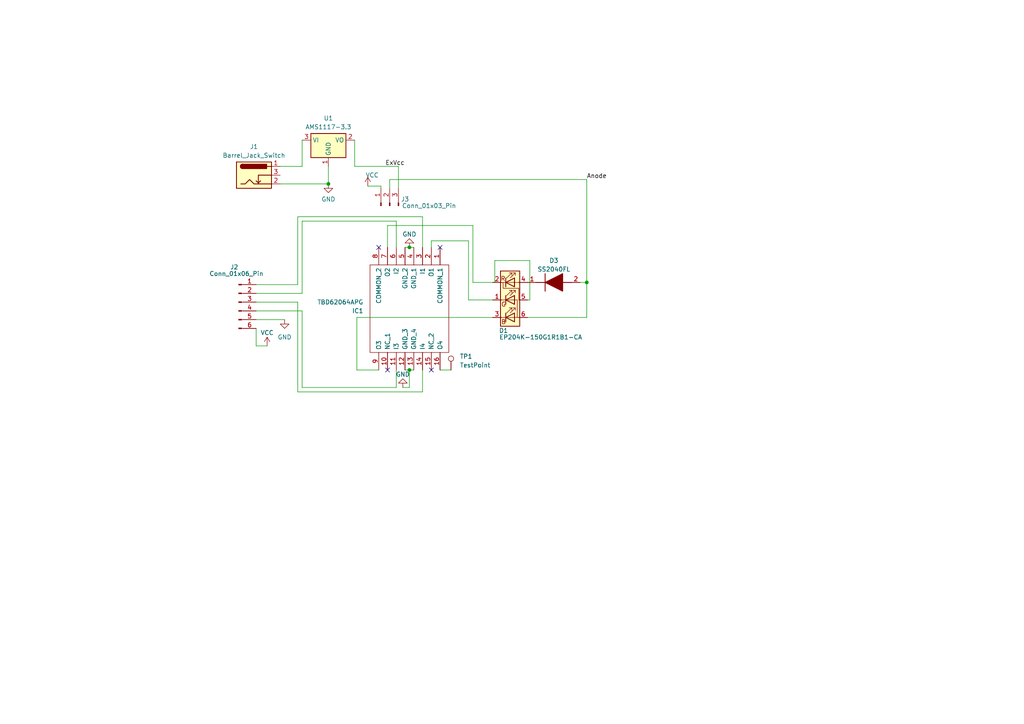
<source format=kicad_sch>
(kicad_sch (version 20230121) (generator eeschema)
  (paper "A4")
  (lib_symbols
    (symbol "Connector:Barrel_Jack_Switch" (pin_names hide)
      (property "Reference" "J" (at 0 5.334 0))
      (property "Value" "Barrel_Jack_Switch" (at 0 -5.08 0))
      (symbol "Barrel_Jack_Switch_0_1"
        (rectangle (start -5.08 3.81) (end 5.08 -3.81) (stroke (width 0.254)) (fill (type background)))
        (arc (start -3.302 3.175) (mid -3.9343 2.54) (end -3.302 1.905) (stroke (width 0.254)))
        (arc (start -3.302 3.175) (mid -3.9343 2.54) (end -3.302 1.905) (stroke (width 0.254)) (fill (type outline)))
        (polyline (pts (xy 1.27 -2.286) (xy 1.905 -1.651)) (stroke (width 0.254)))
        (polyline (pts (xy 5.08 2.54) (xy 3.81 2.54)) (stroke (width 0.254)))
        (polyline (pts (xy 5.08 0) (xy 1.27 0) (xy 1.27 -2.286) (xy 0.635 -1.651)) (stroke (width 0.254)))
        (polyline (pts (xy -3.81 -2.54) (xy -2.54 -2.54) (xy -1.27 -1.27) (xy 0 -2.54) (xy 2.54 -2.54) (xy 5.08 -2.54)) (stroke (width 0.254)))
        (rectangle (start 3.683 3.175) (end -3.302 1.905) (stroke (width 0.254)) (fill (type outline)))
      )
      (symbol "Barrel_Jack_Switch_1_1"
        (pin passive line (at 7.62 2.54 180) (length 2.54) (name "~") (number "1"))
        (pin passive line (at 7.62 -2.54 180) (length 2.54) (name "~") (number "2"))
        (pin passive line (at 7.62 0 180) (length 2.54) (name "~") (number "3"))
      )
    )
    (symbol "Connector:Conn_01x03_Pin" (pin_names (offset 1.016) hide)
      (property "Reference" "J" (at 0 5.08 0))
      (property "Value" "Conn_01x03_Pin" (at 0 -5.08 0))
      (symbol "Conn_01x03_Pin_1_1"
        (polyline (pts (xy 1.27 -2.54) (xy 0.8636 -2.54)) (stroke (width 0.1524)))
        (polyline (pts (xy 1.27 0) (xy 0.8636 0)) (stroke (width 0.1524)))
        (polyline (pts (xy 1.27 2.54) (xy 0.8636 2.54)) (stroke (width 0.1524)))
        (rectangle (start 0.8636 -2.413) (end 0 -2.667) (stroke (width 0.1524)) (fill (type outline)))
        (rectangle (start 0.8636 0.127) (end 0 -0.127) (stroke (width 0.1524)) (fill (type outline)))
        (rectangle (start 0.8636 2.667) (end 0 2.413) (stroke (width 0.1524)) (fill (type outline)))
        (pin passive line (at 5.08 2.54 180) (length 3.81) (name "Pin_1") (number "1"))
        (pin passive line (at 5.08 0 180) (length 3.81) (name "Pin_2") (number "2"))
        (pin passive line (at 5.08 -2.54 180) (length 3.81) (name "Pin_3") (number "3"))
      )
    )
    (symbol "Connector:Conn_01x06_Pin" (pin_names (offset 1.016) hide)
      (property "Reference" "J" (at 0 7.62 0))
      (property "Value" "Conn_01x06_Pin" (at 0 -10.16 0))
      (symbol "Conn_01x06_Pin_1_1"
        (polyline (pts (xy 1.27 -7.62) (xy 0.8636 -7.62)) (stroke (width 0.1524)))
        (polyline (pts (xy 1.27 -5.08) (xy 0.8636 -5.08)) (stroke (width 0.1524)))
        (polyline (pts (xy 1.27 -2.54) (xy 0.8636 -2.54)) (stroke (width 0.1524)))
        (polyline (pts (xy 1.27 0) (xy 0.8636 0)) (stroke (width 0.1524)))
        (polyline (pts (xy 1.27 2.54) (xy 0.8636 2.54)) (stroke (width 0.1524)))
        (polyline (pts (xy 1.27 5.08) (xy 0.8636 5.08)) (stroke (width 0.1524)))
        (rectangle (start 0.8636 -7.493) (end 0 -7.747) (stroke (width 0.1524)) (fill (type outline)))
        (rectangle (start 0.8636 -4.953) (end 0 -5.207) (stroke (width 0.1524)) (fill (type outline)))
        (rectangle (start 0.8636 -2.413) (end 0 -2.667) (stroke (width 0.1524)) (fill (type outline)))
        (rectangle (start 0.8636 0.127) (end 0 -0.127) (stroke (width 0.1524)) (fill (type outline)))
        (rectangle (start 0.8636 2.667) (end 0 2.413) (stroke (width 0.1524)) (fill (type outline)))
        (rectangle (start 0.8636 5.207) (end 0 4.953) (stroke (width 0.1524)) (fill (type outline)))
        (pin passive line (at 5.08 5.08 180) (length 3.81) (name "Pin_1") (number "1"))
        (pin passive line (at 5.08 2.54 180) (length 3.81) (name "Pin_2") (number "2"))
        (pin passive line (at 5.08 0 180) (length 3.81) (name "Pin_3") (number "3"))
        (pin passive line (at 5.08 -2.54 180) (length 3.81) (name "Pin_4") (number "4"))
        (pin passive line (at 5.08 -5.08 180) (length 3.81) (name "Pin_5") (number "5"))
        (pin passive line (at 5.08 -7.62 180) (length 3.81) (name "Pin_6") (number "6"))
      )
    )
    (symbol "Connector:TestPoint" (pin_numbers hide) (pin_names (offset 0.762) hide)
      (property "Reference" "TP" (at 0 6.858 0))
      (property "Value" "TestPoint" (at 0 5.08 0))
      (symbol "TestPoint_0_1"
        (circle (center 0 3.302) (radius 0.762))
      )
      (symbol "TestPoint_1_1"
        (pin passive line (at 0 0 90) (length 2.54) (name "1") (number "1"))
      )
    )
    (symbol "MyLibrary:EP204K-150G1R1B1-CA" (pin_names (offset 0) hide)
      (property "Reference" "D" (at 0 9.398 0))
      (property "Value" "EP204K-150G1R1B1-CA" (at 0 -8.89 0))
      (symbol "EP204K-150G1R1B1-CA_0_0"
        (text "B" (at -1.905 -6.35 0) (effects (font (size 1.27 1.27))))
        (text "G" (at -1.905 -1.27 0) (effects (font (size 1.27 1.27))))
        (text "R" (at -2.0591 6.1858 0) (effects (font (size 1.27 1.27))))
      )
      (symbol "EP204K-150G1R1B1-CA_0_1"
        (rectangle (start -2.794 8.382) (end 2.794 -7.62) (stroke (width 0.254)) (fill (type background)))
        (polyline (pts (xy -1.27 -5.08) (xy -2.54 -5.08)))
        (polyline (pts (xy -1.27 -5.08) (xy 1.27 -5.08)))
        (polyline (pts (xy -1.27 -3.81) (xy -1.27 -6.35)) (stroke (width 0.254)))
        (polyline (pts (xy -1.27 0) (xy -2.54 0)))
        (polyline (pts (xy -1.27 1.27) (xy -1.27 -1.27)) (stroke (width 0.254)))
        (polyline (pts (xy -1.27 5.08) (xy -2.54 5.08)))
        (polyline (pts (xy -1.27 5.08) (xy 1.27 5.08)))
        (polyline (pts (xy -1.27 6.35) (xy -1.27 3.81)) (stroke (width 0.254)))
        (polyline (pts (xy 1.27 -5.08) (xy 2.54 -5.08)))
        (polyline (pts (xy 1.27 0) (xy -1.27 0)))
        (polyline (pts (xy 1.27 0) (xy 2.0698 0)))
        (polyline (pts (xy 2.0591 0.0082) (xy 2.0591 -5.0718)))
        (polyline (pts (xy -1.27 1.27) (xy -1.27 -1.27) (xy -1.27 -1.27)))
        (polyline (pts (xy -1.27 6.35) (xy -1.27 3.81) (xy -1.27 3.81)))
        (polyline (pts (xy 2.54 5.08) (xy 1.27 5.08) (xy 1.27 3.81)))
        (polyline (pts (xy 1.27 -3.81) (xy 1.27 -6.35) (xy -1.27 -5.08) (xy 1.27 -3.81)) (stroke (width 0.254)))
        (polyline (pts (xy 1.27 1.27) (xy 1.27 -1.27) (xy -1.27 0) (xy 1.27 1.27)) (stroke (width 0.254)))
        (polyline (pts (xy 1.27 6.35) (xy 1.27 3.81) (xy -1.27 5.08) (xy 1.27 6.35)) (stroke (width 0.254)))
        (polyline (pts (xy 2.54 0) (xy 2.5317 3.3896) (xy -2.0359 3.3896) (xy -2.0431 5.0158)))
        (polyline (pts (xy -1.016 -3.81) (xy 0.508 -2.286) (xy -0.254 -2.286) (xy 0.508 -2.286) (xy 0.508 -3.048)))
        (polyline (pts (xy -1.016 1.27) (xy 0.508 2.794) (xy -0.254 2.794) (xy 0.508 2.794) (xy 0.508 2.032)))
        (polyline (pts (xy -1.016 6.35) (xy 0.508 7.874) (xy -0.254 7.874) (xy 0.508 7.874) (xy 0.508 7.112)))
        (polyline (pts (xy 0 -3.81) (xy 1.524 -2.286) (xy 0.762 -2.286) (xy 1.524 -2.286) (xy 1.524 -3.048)))
        (polyline (pts (xy 0 1.27) (xy 1.524 2.794) (xy 0.762 2.794) (xy 1.524 2.794) (xy 1.524 2.032)))
        (polyline (pts (xy 0 6.35) (xy 1.524 7.874) (xy 0.762 7.874) (xy 1.524 7.874) (xy 1.524 7.112)))
        (rectangle (start 1.27 -1.27) (end 1.27 1.27))
        (rectangle (start 1.27 1.27) (end 1.27 1.27))
        (rectangle (start 1.27 3.81) (end 1.27 6.35))
        (rectangle (start 1.27 6.35) (end 1.27 6.35))
      )
      (symbol "EP204K-150G1R1B1-CA_1_1"
        (pin passive line (at -5.08 0 0) (length 2.54) (name "GK") (number "1"))
        (pin passive line (at -5.08 5.08 0) (length 2.54) (name "RK") (number "2"))
        (pin passive line (at -5.08 -5.08 0) (length 2.54) (name "BK") (number "3"))
        (pin passive line (at 5.08 5.08 180) (length 2.54) (name "RA") (number "4"))
        (pin passive line (at 5.08 0 180) (length 2.54) (name "RK") (number "5"))
        (pin passive line (at 5.08 -5.08 180) (length 2.54) (name "A") (number "6"))
      )
    )
    (symbol "Regulator_Linear:AMS1117-3.3"
      (property "Reference" "U" (at -3.81 3.175 0))
      (property "Value" "AMS1117-3.3" (at 0 3.175 0))
      (symbol "AMS1117-3.3_0_1"
        (rectangle (start -5.08 -5.08) (end 5.08 1.905) (stroke (width 0.254)) (fill (type background)))
      )
      (symbol "AMS1117-3.3_1_1"
        (pin power_in line (at 0 -7.62 90) (length 2.54) (name "GND") (number "1"))
        (pin power_out line (at 7.62 0 180) (length 2.54) (name "VO") (number "2"))
        (pin power_in line (at -7.62 0 0) (length 2.54) (name "VI") (number "3"))
      )
    )
    (symbol "SamacSys_Parts:SS2040FL" (pin_names hide)
      (property "Reference" "D" (at 11.43 5.08 0))
      (property "Value" "SS2040FL" (at 11.43 2.54 0))
      (symbol "SS2040FL_1_1"
        (polyline (pts (xy 2.54 0) (xy 5.08 0)) (stroke (width 0.254)))
        (polyline (pts (xy 5.08 2.54) (xy 5.08 -2.54)) (stroke (width 0.254)))
        (polyline (pts (xy 10.16 0) (xy 12.7 0)) (stroke (width 0.254)))
        (polyline (pts (xy 5.08 0) (xy 10.16 2.54) (xy 10.16 -2.54) (xy 5.08 0)) (stroke (width 0.254)) (fill (type outline)))
        (pin passive line (at 0 0 0) (length 2.54) (name "K") (number "1"))
        (pin passive line (at 15.24 0 180) (length 2.54) (name "A") (number "2"))
      )
    )
    (symbol "SamacSys_Parts:TBD62064APG" (pin_names (offset 0.762))
      (property "Reference" "IC" (at 31.75 7.62 0))
      (property "Value" "TBD62064APG" (at 31.75 5.08 0))
      (symbol "TBD62064APG_0_0"
        (pin passive line (at 0 0 0) (length 5.08) (name "COMMON_1") (number "1"))
        (pin passive line (at 35.56 -15.24 180) (length 5.08) (name "NC_1") (number "10"))
        (pin passive line (at 35.56 -12.7 180) (length 5.08) (name "I3") (number "11"))
        (pin passive line (at 35.56 -10.16 180) (length 5.08) (name "GND_3") (number "12"))
        (pin passive line (at 35.56 -7.62 180) (length 5.08) (name "GND_4") (number "13"))
        (pin passive line (at 35.56 -5.08 180) (length 5.08) (name "I4") (number "14"))
        (pin passive line (at 35.56 -2.54 180) (length 5.08) (name "NC_2") (number "15"))
        (pin passive line (at 35.56 0 180) (length 5.08) (name "O4") (number "16"))
        (pin passive line (at 0 -2.54 0) (length 5.08) (name "O1") (number "2"))
        (pin passive line (at 0 -5.08 0) (length 5.08) (name "I1") (number "3"))
        (pin passive line (at 0 -7.62 0) (length 5.08) (name "GND_1") (number "4"))
        (pin passive line (at 0 -10.16 0) (length 5.08) (name "GND_2") (number "5"))
        (pin passive line (at 0 -12.7 0) (length 5.08) (name "I2") (number "6"))
        (pin passive line (at 0 -15.24 0) (length 5.08) (name "O2") (number "7"))
        (pin passive line (at 0 -17.78 0) (length 5.08) (name "COMMON_2") (number "8"))
        (pin passive line (at 35.56 -17.78 180) (length 5.08) (name "O3") (number "9"))
      )
      (symbol "TBD62064APG_0_1"
        (polyline (pts (xy 5.08 2.54) (xy 30.48 2.54) (xy 30.48 -20.32) (xy 5.08 -20.32) (xy 5.08 2.54)) (stroke (width 0.1524)))
      )
    )
    (symbol "power:GND" (power) (pin_names (offset 0))
      (property "Value" "GND" (at 0 -3.81 0))
      (symbol "GND_0_1"
        (polyline (pts (xy 0 0) (xy 0 -1.27) (xy 1.27 -1.27) (xy 0 -2.54) (xy -1.27 -1.27) (xy 0 -1.27)))
      )
      (symbol "GND_1_1"
        (pin power_in line (at 0 0 270) (length 0) hide (name "GND") (number "1"))
      )
    )
    (symbol "power:VCC" (power) (pin_names (offset 0))
      (property "Value" "VCC" (at 0 3.81 0))
      (symbol "VCC_0_1"
        (polyline (pts (xy -0.762 1.27) (xy 0 2.54)))
        (polyline (pts (xy 0 0) (xy 0 2.54)))
        (polyline (pts (xy 0 2.54) (xy 0.762 1.27)))
      )
      (symbol "VCC_1_1"
        (pin power_in line (at 0 0 90) (length 0) hide (name "VCC") (number "1"))
      )
    )
  )
  (junction (at 95.25 53.34))
  (junction (at 118.745 107.315))
  (junction (at 118.745 71.755))
  (junction (at 170.18 81.915))
  (no_connect (at 125.095 107.315))
  (no_connect (at 112.395 107.315))
  (no_connect (at 127.635 71.755))
  (no_connect (at 109.855 71.755))
  (wire (pts (xy 112.395 65.405) (xy 137.16 65.405)))
  (wire (pts (xy 87.63 64.135) (xy 114.935 64.135)))
  (wire (pts (xy 114.935 64.135) (xy 114.935 71.755)))
  (wire (pts (xy 87.63 112.395) (xy 87.63 90.17)))
  (wire (pts (xy 103.505 92.075) (xy 142.875 92.075)))
  (wire (pts (xy 118.745 107.315) (xy 120.015 107.315)))
  (wire (pts (xy 87.63 85.09) (xy 87.63 64.135)))
  (wire (pts (xy 87.63 90.17) (xy 74.295 90.17)))
  (wire (pts (xy 74.295 100.33) (xy 77.47 100.33)))
  (wire (pts (xy 122.555 62.865) (xy 122.555 71.755)))
  (wire (pts (xy 86.36 87.63) (xy 74.295 87.63)))
  (wire (pts (xy 115.57 48.26) (xy 115.57 54.61)))
  (wire (pts (xy 110.49 53.975) (xy 110.49 54.61)))
  (wire (pts (xy 118.745 112.395) (xy 118.745 107.315)))
  (wire (pts (xy 74.295 92.71) (xy 82.55 92.71)))
  (wire (pts (xy 74.295 95.25) (xy 74.295 100.33)))
  (wire (pts (xy 113.03 52.07) (xy 170.18 52.07)))
  (wire (pts (xy 113.03 54.61) (xy 113.03 52.07)))
  (wire (pts (xy 114.935 112.395) (xy 114.935 107.315)))
  (wire (pts (xy 127.635 107.315) (xy 130.81 107.315)))
  (wire (pts (xy 137.16 81.915) (xy 142.875 81.915)))
  (wire (pts (xy 170.18 92.075) (xy 153.035 92.075)))
  (wire (pts (xy 122.555 113.665) (xy 122.555 107.315)))
  (wire (pts (xy 74.295 85.09) (xy 87.63 85.09)))
  (wire (pts (xy 137.16 65.405) (xy 137.16 81.915)))
  (wire (pts (xy 86.36 62.865) (xy 122.555 62.865)))
  (wire (pts (xy 143.51 81.915) (xy 143.51 75.565)))
  (wire (pts (xy 153.67 86.995) (xy 153.035 86.995)))
  (wire (pts (xy 86.36 87.63) (xy 86.36 113.665)))
  (wire (pts (xy 87.63 48.26) (xy 87.63 40.64)))
  (wire (pts (xy 118.745 71.755) (xy 117.475 71.755)))
  (wire (pts (xy 170.18 52.07) (xy 170.18 81.915)))
  (wire (pts (xy 120.015 71.755) (xy 118.745 71.755)))
  (wire (pts (xy 135.89 69.85) (xy 135.89 86.995)))
  (wire (pts (xy 135.89 86.995) (xy 142.875 86.995)))
  (wire (pts (xy 116.84 112.395) (xy 118.745 112.395)))
  (wire (pts (xy 102.87 48.26) (xy 102.87 40.64)))
  (wire (pts (xy 168.275 81.915) (xy 170.18 81.915)))
  (wire (pts (xy 74.295 82.55) (xy 86.36 82.55)))
  (wire (pts (xy 125.095 71.755) (xy 125.095 69.85)))
  (wire (pts (xy 86.36 113.665) (xy 122.555 113.665)))
  (wire (pts (xy 112.395 65.405) (xy 112.395 71.755)))
  (wire (pts (xy 103.505 107.315) (xy 103.505 92.075)))
  (wire (pts (xy 170.18 81.915) (xy 170.18 92.075)))
  (wire (pts (xy 95.25 53.34) (xy 95.25 48.26)))
  (wire (pts (xy 115.57 48.26) (xy 102.87 48.26)))
  (wire (pts (xy 106.68 53.975) (xy 110.49 53.975)))
  (wire (pts (xy 86.36 82.55) (xy 86.36 62.865)))
  (wire (pts (xy 118.745 107.315) (xy 117.475 107.315)))
  (wire (pts (xy 81.28 48.26) (xy 87.63 48.26)))
  (wire (pts (xy 143.51 75.565) (xy 153.67 75.565)))
  (wire (pts (xy 153.67 75.565) (xy 153.67 86.995)))
  (wire (pts (xy 125.095 69.85) (xy 135.89 69.85)))
  (wire (pts (xy 81.28 53.34) (xy 95.25 53.34)))
  (wire (pts (xy 87.63 112.395) (xy 114.935 112.395)))
  (wire (pts (xy 109.855 107.315) (xy 103.505 107.315)))
  (label "Anode" (at 170.18 52.07 0))
  (label "ExVcc" (at 111.76 48.26 0))
  (symbol (lib_id "Connector:Conn_01x03_Pin") (at 113.03 59.69 90) (unit 1)
    (property "Reference" "J3" (at 117.475 57.785 90))
    (property "Value" "Conn_01x03_Pin" (at 124.46 59.69 90))
    (property "Footprint" "Connector_PinHeader_2.54mm:PinHeader_1x03_P2.54mm_Vertical" (effects hide))
  )
  (symbol (lib_id "Connector:Conn_01x06_Pin") (at 69.215 87.63 0) (unit 1)
    (property "Reference" "J2" (at 67.945 77.47 0))
    (property "Value" "Conn_01x06_Pin" (at 68.58 79.375 0))
    (property "Footprint" "Library:Pmod6" (effects hide))
  )
  (symbol (lib_id "MyLibrary:EP204K-150G1R1B1-CA") (at 147.955 86.995 0) (unit 1)
    (property "Reference" "D1" (at 146.05 95.885 0))
    (property "Value" "EP204K-150G1R1B1-CA" (at 156.845 97.79 0))
    (property "Footprint" "MyLibrary:EP204-150G1R1B1-CA" (effects hide))
  )
  (symbol (lib_id "power:VCC") (at 106.68 53.975 0) (unit 1)
    (property "Reference" "#PWR06" (effects hide))
    (property "Value" "VCC" (at 107.95 50.8 0))
  )
  (symbol (lib_id "Regulator_Linear:AMS1117-3.3") (at 95.25 40.64 0) (unit 1)
    (property "Reference" "U1" (at 95.25 34.29 0))
    (property "Value" "AMS1117-3.3" (at 95.25 36.83 0))
    (property "Footprint" "Package_TO_SOT_SMD:SOT-223-3_TabPin2" (effects hide))
    (property "Datasheet" "http://www.advanced-monolithic.com/pdf/ds1117.pdf" (effects hide))
  )
  (symbol (lib_id "power:VCC") (at 77.47 100.33 0) (unit 1)
    (property "Reference" "#PWR04" (effects hide))
    (property "Value" "VCC" (at 77.47 96.52 0))
  )
  (symbol (lib_id "power:GND") (at 118.745 71.755 180) (unit 1)
    (property "Reference" "#PWR02" (effects hide))
    (property "Value" "GND" (at 118.745 67.945 0))
  )
  (symbol (lib_id "SamacSys_Parts:TBD62064APG") (at 127.635 71.755 270) (unit 1)
    (property "Reference" "IC1" (at 105.41 90.17 90) (effects (justify right)))
    (property "Value" "TBD62064APG" (at 105.41 87.63 90) (effects (justify right)))
    (property "Footprint" "SamacSys_Parts:DIP762W60P254L1975H445Q16N" (effects hide))
    (property "Datasheet" "https://toshiba.semicon-storage.com/info/docget.jsp?did=30810&prodName=TBD62064APG" (effects hide))
    (property "Description" "Gate Drivers DMOS Transistor Array 4-CH 50V/1.5A" (effects hide))
    (property "Height" "4.45" (effects hide))
    (property "Manufacturer_Name" "Toshiba" (effects hide))
    (property "Manufacturer_Part_Number" "TBD62064APG" (effects hide))
  )
  (symbol (lib_id "power:GND") (at 82.55 92.71 0) (unit 1)
    (property "Reference" "#PWR03" (effects hide))
    (property "Value" "GND" (at 82.55 97.79 0))
  )
  (symbol (lib_id "Connector:TestPoint") (at 130.81 107.315 0) (unit 1)
    (property "Reference" "TP1" (at 133.35 103.378 0) (effects (justify left)))
    (property "Value" "TestPoint" (at 133.35 105.918 0) (effects (justify left)))
    (property "Footprint" "TestPoint:TestPoint_Pad_D2.0mm" (effects hide))
  )
  (symbol (lib_id "SamacSys_Parts:SS2040FL") (at 153.035 81.915 0) (unit 1)
    (property "Reference" "D3" (at 160.655 75.565 0))
    (property "Value" "SS2040FL" (at 160.655 78.105 0))
    (property "Footprint" "SamacSys_Parts:SODFL3618X108N" (effects hide))
    (property "Datasheet" "https://datasheet.datasheetarchive.com/originals/distributors/Datasheets-1/DSA-14790.pdf" (effects hide))
    (property "Height" "1.08" (effects hide))
    (property "Manufacturer_Name" "PANJIT" (effects hide))
    (property "Manufacturer_Part_Number" "SS2040FL" (effects hide))
  )
  (symbol (lib_id "Connector:Barrel_Jack_Switch") (at 73.66 50.8 0) (unit 1)
    (property "Reference" "J1" (at 73.66 42.545 0))
    (property "Value" "Barrel_Jack_Switch" (at 73.66 45.085 0))
    (property "Footprint" "Connector_BarrelJack:BarrelJack_Horizontal" (effects hide))
  )
  (symbol (lib_id "power:GND") (at 95.25 53.34 0) (unit 1)
    (property "Reference" "#PWR05" (effects hide))
    (property "Value" "GND" (at 95.25 57.785 0))
  )
  (symbol (lib_id "power:GND") (at 116.84 112.395 180) (unit 1)
    (property "Reference" "#PWR01" (effects hide))
    (property "Value" "GND" (at 116.84 108.585 0))
  )
)
</source>
